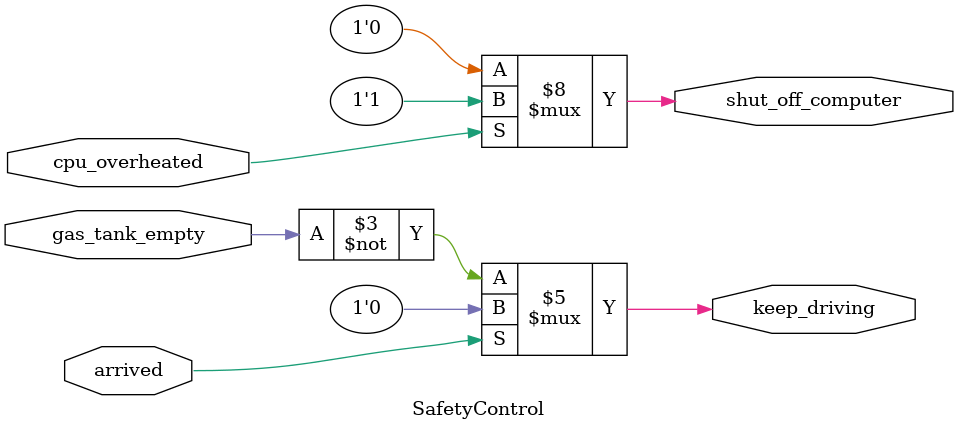
<source format=sv>
module SafetyControl (
    input logic cpu_overheated,     // Indicates if the CPU is overheated
    output logic shut_off_computer, // Controls whether the computer should shut off
    input logic arrived,            // Indicates if the destination has been reached
    input logic gas_tank_empty,     // Indicates if the gas tank is empty
    output logic keep_driving       // Controls whether to continue driving
);

    // Combinational logic block with explicit default assignments
    always @(*) begin
        // Default assignments to prevent latches
        shut_off_computer = 1'b0;
        keep_driving = 1'b0;

        // Logic to determine if the computer should be shut off
        if (cpu_overheated) begin
            shut_off_computer = 1'b1;
        end
        
        // Logic to determine if the vehicle should keep driving
        if (~arrived) begin
            keep_driving = ~gas_tank_empty;
        end
    end

endmodule
</source>
